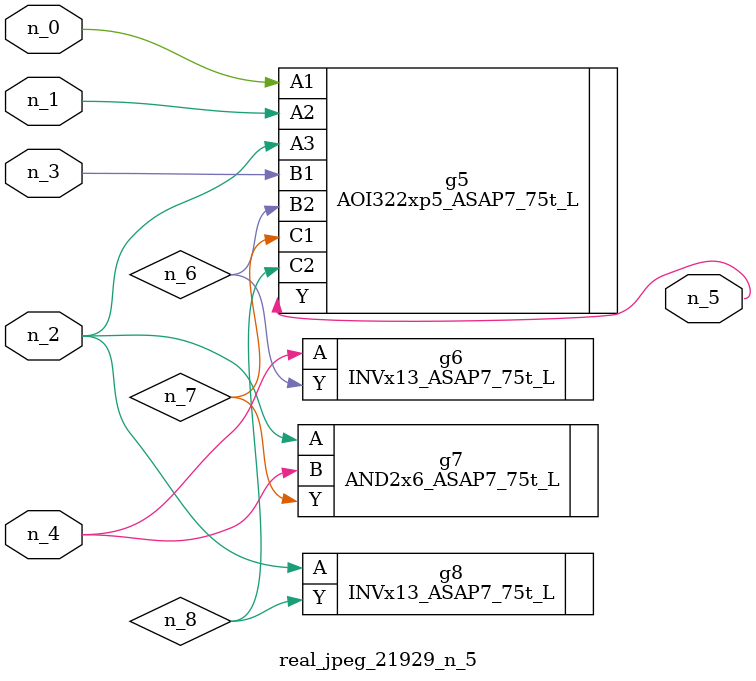
<source format=v>
module real_jpeg_21929_n_5 (n_4, n_0, n_1, n_2, n_3, n_5);

input n_4;
input n_0;
input n_1;
input n_2;
input n_3;

output n_5;

wire n_8;
wire n_6;
wire n_7;

AOI322xp5_ASAP7_75t_L g5 ( 
.A1(n_0),
.A2(n_1),
.A3(n_2),
.B1(n_3),
.B2(n_6),
.C1(n_7),
.C2(n_8),
.Y(n_5)
);

AND2x6_ASAP7_75t_L g7 ( 
.A(n_2),
.B(n_4),
.Y(n_7)
);

INVx13_ASAP7_75t_L g8 ( 
.A(n_2),
.Y(n_8)
);

INVx13_ASAP7_75t_L g6 ( 
.A(n_4),
.Y(n_6)
);


endmodule
</source>
